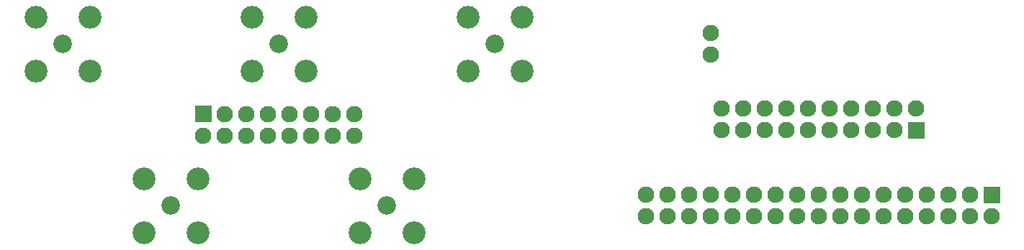
<source format=gbr>
G04 start of page 7 for group -4062 idx -4062 *
G04 Title: (unknown), soldermask *
G04 Creator: pcb 20140316 *
G04 CreationDate: Tue 28 Aug 2018 05:59:29 PM GMT UTC *
G04 For: thomasc *
G04 Format: Gerber/RS-274X *
G04 PCB-Dimensions (mil): 5300.00 1250.00 *
G04 PCB-Coordinate-Origin: lower left *
%MOIN*%
%FSLAX25Y25*%
%LNBOTTOMMASK*%
%ADD47C,0.0001*%
%ADD46C,0.1060*%
%ADD45C,0.0860*%
%ADD44C,0.0760*%
G54D44*X155000Y57500D03*
Y67500D03*
X165000Y57500D03*
X175000D03*
X165000Y67500D03*
X175000D03*
G54D45*X40000Y100000D03*
G54D46*X27500Y112500D03*
Y87500D03*
X52500Y112500D03*
Y87500D03*
G54D44*X105000Y57500D03*
G54D47*G36*
X101200Y71300D02*Y63700D01*
X108800D01*
Y71300D01*
X101200D01*
G37*
G54D44*X115000Y57500D03*
Y67500D03*
X125000Y57500D03*
Y67500D03*
X135000Y57500D03*
Y67500D03*
X145000Y57500D03*
Y67500D03*
G54D45*X140000Y100000D03*
G54D46*X127500Y112500D03*
X152500D03*
Y87500D03*
X127500D03*
G54D45*X90000Y25000D03*
G54D46*X77500Y37500D03*
X102500D03*
Y12500D03*
X77500D03*
G54D45*X240000Y100000D03*
G54D46*X227500Y112500D03*
Y87500D03*
X252500Y112500D03*
Y87500D03*
G54D45*X190000Y25000D03*
G54D46*X177500Y37500D03*
X202500D03*
Y12500D03*
X177500D03*
G54D44*X470000Y20000D03*
G54D47*G36*
X466200Y33800D02*Y26200D01*
X473800D01*
Y33800D01*
X466200D01*
G37*
G54D44*X460000Y20000D03*
Y30000D03*
X435000Y70000D03*
X425000D03*
X415000D03*
X405000D03*
G54D47*G36*
X431200Y63800D02*Y56200D01*
X438800D01*
Y63800D01*
X431200D01*
G37*
G54D44*X425000Y60000D03*
X415000D03*
X405000D03*
X450000Y20000D03*
X440000D03*
X430000D03*
X450000Y30000D03*
X440000D03*
X430000D03*
X420000D03*
X410000D03*
X400000D03*
X420000Y20000D03*
X410000D03*
X400000D03*
X390000D03*
Y30000D03*
X380000Y20000D03*
X370000D03*
X360000D03*
X380000Y30000D03*
X370000D03*
X360000D03*
X350000D03*
X340000D03*
X330000D03*
X350000Y20000D03*
X340000D03*
X330000D03*
X320000D03*
Y30000D03*
X310000D03*
X340000Y95000D03*
Y105000D03*
X310000Y20000D03*
X395000Y70000D03*
Y60000D03*
X385000Y70000D03*
Y60000D03*
X375000Y70000D03*
Y60000D03*
X365000Y70000D03*
Y60000D03*
X355000D03*
X345000D03*
X355000Y70000D03*
X345000D03*
M02*

</source>
